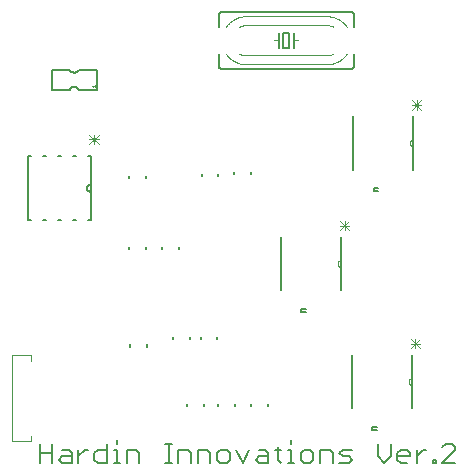
<source format=gto>
G75*
%MOIN*%
%OFA0B0*%
%FSLAX25Y25*%
%IPPOS*%
%LPD*%
%AMOC8*
5,1,8,0,0,1.08239X$1,22.5*
%
%ADD10C,0.00600*%
%ADD11C,0.00200*%
%ADD12C,0.00000*%
%ADD13C,0.00300*%
%ADD14C,0.00800*%
%ADD15C,0.00100*%
%ADD16C,0.00400*%
D10*
X0019530Y0014398D02*
X0019530Y0020804D01*
X0019530Y0017601D02*
X0023800Y0017601D01*
X0025975Y0015466D02*
X0027043Y0016534D01*
X0030246Y0016534D01*
X0030246Y0017601D02*
X0030246Y0014398D01*
X0027043Y0014398D01*
X0025975Y0015466D01*
X0023800Y0014398D02*
X0023800Y0020804D01*
X0027043Y0018669D02*
X0029178Y0018669D01*
X0030246Y0017601D01*
X0032421Y0016534D02*
X0034556Y0018669D01*
X0035623Y0018669D01*
X0037792Y0017601D02*
X0038860Y0018669D01*
X0042062Y0018669D01*
X0042062Y0020804D02*
X0042062Y0014398D01*
X0038860Y0014398D01*
X0037792Y0015466D01*
X0037792Y0017601D01*
X0044237Y0018669D02*
X0045305Y0018669D01*
X0045305Y0014398D01*
X0044237Y0014398D02*
X0046373Y0014398D01*
X0048534Y0014398D02*
X0048534Y0018669D01*
X0051737Y0018669D01*
X0052805Y0017601D01*
X0052805Y0014398D01*
X0061425Y0014398D02*
X0063561Y0014398D01*
X0062493Y0014398D02*
X0062493Y0020804D01*
X0061425Y0020804D02*
X0063561Y0020804D01*
X0065722Y0018669D02*
X0068925Y0018669D01*
X0069993Y0017601D01*
X0069993Y0014398D01*
X0072168Y0014398D02*
X0072168Y0018669D01*
X0075371Y0018669D01*
X0076438Y0017601D01*
X0076438Y0014398D01*
X0078613Y0015466D02*
X0079681Y0014398D01*
X0081816Y0014398D01*
X0082884Y0015466D01*
X0082884Y0017601D01*
X0081816Y0018669D01*
X0079681Y0018669D01*
X0078613Y0017601D01*
X0078613Y0015466D01*
X0085059Y0018669D02*
X0087194Y0014398D01*
X0089329Y0018669D01*
X0092572Y0018669D02*
X0094707Y0018669D01*
X0095775Y0017601D01*
X0095775Y0014398D01*
X0092572Y0014398D01*
X0091504Y0015466D01*
X0092572Y0016534D01*
X0095775Y0016534D01*
X0097950Y0018669D02*
X0100085Y0018669D01*
X0099018Y0019736D02*
X0099018Y0015466D01*
X0100085Y0014398D01*
X0102247Y0014398D02*
X0104382Y0014398D01*
X0103315Y0014398D02*
X0103315Y0018669D01*
X0102247Y0018669D01*
X0103315Y0020804D02*
X0103315Y0021871D01*
X0106544Y0017601D02*
X0107612Y0018669D01*
X0109747Y0018669D01*
X0110814Y0017601D01*
X0110814Y0015466D01*
X0109747Y0014398D01*
X0107612Y0014398D01*
X0106544Y0015466D01*
X0106544Y0017601D01*
X0112989Y0018669D02*
X0112989Y0014398D01*
X0117260Y0014398D02*
X0117260Y0017601D01*
X0116192Y0018669D01*
X0112989Y0018669D01*
X0119435Y0017601D02*
X0120503Y0018669D01*
X0123705Y0018669D01*
X0122638Y0016534D02*
X0120503Y0016534D01*
X0119435Y0017601D01*
X0119435Y0014398D02*
X0122638Y0014398D01*
X0123705Y0015466D01*
X0122638Y0016534D01*
X0132326Y0016534D02*
X0134461Y0014398D01*
X0136596Y0016534D01*
X0136596Y0020804D01*
X0138771Y0017601D02*
X0139839Y0018669D01*
X0141974Y0018669D01*
X0143042Y0017601D01*
X0143042Y0016534D01*
X0138771Y0016534D01*
X0138771Y0017601D02*
X0138771Y0015466D01*
X0139839Y0014398D01*
X0141974Y0014398D01*
X0145217Y0014398D02*
X0145217Y0018669D01*
X0145217Y0016534D02*
X0147352Y0018669D01*
X0148420Y0018669D01*
X0150588Y0015466D02*
X0151656Y0015466D01*
X0151656Y0014398D01*
X0150588Y0014398D01*
X0150588Y0015466D01*
X0153811Y0014398D02*
X0158081Y0018669D01*
X0158081Y0019736D01*
X0157014Y0020804D01*
X0154879Y0020804D01*
X0153811Y0019736D01*
X0153811Y0014398D02*
X0158081Y0014398D01*
X0143697Y0032513D02*
X0143697Y0040213D01*
X0143697Y0042613D01*
X0143697Y0050313D01*
X0123697Y0050313D02*
X0123697Y0032513D01*
X0130397Y0026413D02*
X0131897Y0026413D01*
X0131897Y0025413D02*
X0130397Y0025413D01*
X0130397Y0026413D01*
X0132326Y0020804D02*
X0132326Y0016534D01*
X0095709Y0033277D02*
X0095709Y0034077D01*
X0090109Y0034077D02*
X0090109Y0033277D01*
X0084646Y0033277D02*
X0084646Y0034077D01*
X0079046Y0034077D02*
X0079046Y0033277D01*
X0074331Y0033277D02*
X0074331Y0034077D01*
X0068731Y0034077D02*
X0068731Y0033277D01*
X0065722Y0018669D02*
X0065722Y0014398D01*
X0045305Y0020804D02*
X0045305Y0021871D01*
X0032421Y0018669D02*
X0032421Y0014398D01*
X0049578Y0053100D02*
X0049578Y0053900D01*
X0055178Y0053900D02*
X0055178Y0053100D01*
X0063889Y0055600D02*
X0063889Y0056400D01*
X0069489Y0056400D02*
X0069489Y0055600D01*
X0073200Y0055600D02*
X0073200Y0056400D01*
X0078800Y0056400D02*
X0078800Y0055600D01*
X0100075Y0071883D02*
X0100075Y0089683D01*
X0120075Y0089683D02*
X0120075Y0081983D01*
X0120075Y0079583D01*
X0120075Y0071883D01*
X0108275Y0065783D02*
X0106775Y0065783D01*
X0106775Y0064783D01*
X0108275Y0064783D01*
X0065965Y0085600D02*
X0065965Y0086400D01*
X0060365Y0086400D02*
X0060365Y0085600D01*
X0055001Y0085679D02*
X0055001Y0086479D01*
X0049401Y0086479D02*
X0049401Y0085679D01*
X0036500Y0095400D02*
X0036500Y0104800D01*
X0036500Y0107200D01*
X0036500Y0116600D01*
X0035500Y0116600D01*
X0031500Y0116600D02*
X0030500Y0116600D01*
X0026500Y0116600D02*
X0025500Y0116600D01*
X0021500Y0116600D02*
X0020500Y0116600D01*
X0016500Y0116600D02*
X0015500Y0116600D01*
X0015500Y0095400D01*
X0016500Y0095400D01*
X0020500Y0095400D02*
X0021500Y0095400D01*
X0025500Y0095400D02*
X0026500Y0095400D01*
X0030500Y0095400D02*
X0031500Y0095400D01*
X0035500Y0095400D02*
X0036500Y0095400D01*
X0036500Y0104800D02*
X0036431Y0104802D01*
X0036363Y0104808D01*
X0036295Y0104818D01*
X0036228Y0104831D01*
X0036162Y0104849D01*
X0036097Y0104870D01*
X0036033Y0104895D01*
X0035971Y0104923D01*
X0035910Y0104955D01*
X0035851Y0104990D01*
X0035795Y0105029D01*
X0035740Y0105071D01*
X0035689Y0105116D01*
X0035639Y0105164D01*
X0035593Y0105214D01*
X0035550Y0105267D01*
X0035509Y0105323D01*
X0035472Y0105380D01*
X0035439Y0105440D01*
X0035408Y0105502D01*
X0035382Y0105565D01*
X0035359Y0105629D01*
X0035339Y0105695D01*
X0035324Y0105762D01*
X0035312Y0105829D01*
X0035304Y0105897D01*
X0035300Y0105966D01*
X0035300Y0106034D01*
X0035304Y0106103D01*
X0035312Y0106171D01*
X0035324Y0106238D01*
X0035339Y0106305D01*
X0035359Y0106371D01*
X0035382Y0106435D01*
X0035408Y0106498D01*
X0035439Y0106560D01*
X0035472Y0106620D01*
X0035509Y0106677D01*
X0035550Y0106733D01*
X0035593Y0106786D01*
X0035639Y0106836D01*
X0035689Y0106884D01*
X0035740Y0106929D01*
X0035795Y0106971D01*
X0035851Y0107010D01*
X0035910Y0107045D01*
X0035971Y0107077D01*
X0036033Y0107105D01*
X0036097Y0107130D01*
X0036162Y0107151D01*
X0036228Y0107169D01*
X0036295Y0107182D01*
X0036363Y0107192D01*
X0036431Y0107198D01*
X0036500Y0107200D01*
X0036431Y0107198D01*
X0036363Y0107192D01*
X0036295Y0107182D01*
X0036228Y0107169D01*
X0036162Y0107151D01*
X0036097Y0107130D01*
X0036033Y0107105D01*
X0035971Y0107077D01*
X0035910Y0107045D01*
X0035851Y0107010D01*
X0035795Y0106971D01*
X0035740Y0106929D01*
X0035689Y0106884D01*
X0035639Y0106836D01*
X0035593Y0106786D01*
X0035550Y0106733D01*
X0035509Y0106677D01*
X0035472Y0106620D01*
X0035439Y0106560D01*
X0035408Y0106498D01*
X0035382Y0106435D01*
X0035359Y0106371D01*
X0035339Y0106305D01*
X0035324Y0106238D01*
X0035312Y0106171D01*
X0035304Y0106103D01*
X0035300Y0106034D01*
X0035300Y0105966D01*
X0035304Y0105897D01*
X0035312Y0105829D01*
X0035324Y0105762D01*
X0035339Y0105695D01*
X0035359Y0105629D01*
X0035382Y0105565D01*
X0035408Y0105502D01*
X0035439Y0105440D01*
X0035472Y0105380D01*
X0035509Y0105323D01*
X0035550Y0105267D01*
X0035593Y0105214D01*
X0035639Y0105164D01*
X0035689Y0105116D01*
X0035740Y0105071D01*
X0035795Y0105029D01*
X0035851Y0104990D01*
X0035910Y0104955D01*
X0035971Y0104923D01*
X0036033Y0104895D01*
X0036097Y0104870D01*
X0036162Y0104849D01*
X0036228Y0104831D01*
X0036295Y0104818D01*
X0036363Y0104808D01*
X0036431Y0104802D01*
X0036500Y0104800D01*
X0049401Y0109222D02*
X0049401Y0110022D01*
X0055001Y0110022D02*
X0055001Y0109222D01*
X0073535Y0109911D02*
X0073535Y0110711D01*
X0079135Y0110711D02*
X0079135Y0109911D01*
X0084224Y0110600D02*
X0084224Y0111400D01*
X0089824Y0111400D02*
X0089824Y0110600D01*
X0124130Y0112100D02*
X0124130Y0129900D01*
X0123248Y0145732D02*
X0080248Y0145732D01*
X0080188Y0145734D01*
X0080127Y0145739D01*
X0080068Y0145748D01*
X0080009Y0145761D01*
X0079950Y0145777D01*
X0079893Y0145797D01*
X0079838Y0145820D01*
X0079783Y0145847D01*
X0079731Y0145876D01*
X0079680Y0145909D01*
X0079631Y0145945D01*
X0079585Y0145983D01*
X0079541Y0146025D01*
X0079499Y0146069D01*
X0079461Y0146115D01*
X0079425Y0146164D01*
X0079392Y0146215D01*
X0079363Y0146267D01*
X0079336Y0146322D01*
X0079313Y0146377D01*
X0079293Y0146434D01*
X0079277Y0146493D01*
X0079264Y0146552D01*
X0079255Y0146611D01*
X0079250Y0146672D01*
X0079248Y0146732D01*
X0079248Y0150732D01*
X0079248Y0159732D02*
X0079248Y0163732D01*
X0079250Y0163792D01*
X0079255Y0163853D01*
X0079264Y0163912D01*
X0079277Y0163971D01*
X0079293Y0164030D01*
X0079313Y0164087D01*
X0079336Y0164142D01*
X0079363Y0164197D01*
X0079392Y0164249D01*
X0079425Y0164300D01*
X0079461Y0164349D01*
X0079499Y0164395D01*
X0079541Y0164439D01*
X0079585Y0164481D01*
X0079631Y0164519D01*
X0079680Y0164555D01*
X0079731Y0164588D01*
X0079783Y0164617D01*
X0079838Y0164644D01*
X0079893Y0164667D01*
X0079950Y0164687D01*
X0080009Y0164703D01*
X0080068Y0164716D01*
X0080127Y0164725D01*
X0080188Y0164730D01*
X0080248Y0164732D01*
X0123248Y0164732D01*
X0123308Y0164730D01*
X0123369Y0164725D01*
X0123428Y0164716D01*
X0123487Y0164703D01*
X0123546Y0164687D01*
X0123603Y0164667D01*
X0123658Y0164644D01*
X0123713Y0164617D01*
X0123765Y0164588D01*
X0123816Y0164555D01*
X0123865Y0164519D01*
X0123911Y0164481D01*
X0123955Y0164439D01*
X0123997Y0164395D01*
X0124035Y0164349D01*
X0124071Y0164300D01*
X0124104Y0164249D01*
X0124133Y0164197D01*
X0124160Y0164142D01*
X0124183Y0164087D01*
X0124203Y0164030D01*
X0124219Y0163971D01*
X0124232Y0163912D01*
X0124241Y0163853D01*
X0124246Y0163792D01*
X0124248Y0163732D01*
X0124248Y0159732D01*
X0124248Y0150732D02*
X0124248Y0146732D01*
X0124246Y0146672D01*
X0124241Y0146611D01*
X0124232Y0146552D01*
X0124219Y0146493D01*
X0124203Y0146434D01*
X0124183Y0146377D01*
X0124160Y0146322D01*
X0124133Y0146267D01*
X0124104Y0146215D01*
X0124071Y0146164D01*
X0124035Y0146115D01*
X0123997Y0146069D01*
X0123955Y0146025D01*
X0123911Y0145983D01*
X0123865Y0145945D01*
X0123816Y0145909D01*
X0123765Y0145876D01*
X0123713Y0145847D01*
X0123658Y0145820D01*
X0123603Y0145797D01*
X0123546Y0145777D01*
X0123487Y0145761D01*
X0123428Y0145748D01*
X0123369Y0145739D01*
X0123308Y0145734D01*
X0123248Y0145732D01*
X0104248Y0152732D02*
X0104248Y0155232D01*
X0104248Y0157732D01*
X0102748Y0157732D02*
X0100748Y0157732D01*
X0100748Y0152732D01*
X0102748Y0152732D01*
X0102748Y0157732D01*
X0099248Y0157732D02*
X0099248Y0155232D01*
X0099248Y0152732D01*
X0144130Y0129900D02*
X0144130Y0122200D01*
X0144130Y0119800D01*
X0144130Y0112100D01*
X0132330Y0106000D02*
X0130830Y0106000D01*
X0130830Y0105000D01*
X0132330Y0105000D01*
D11*
X0115248Y0147232D02*
X0088248Y0147232D01*
X0088248Y0150232D02*
X0115248Y0150232D01*
X0115381Y0150234D01*
X0115513Y0150239D01*
X0115645Y0150248D01*
X0115778Y0150260D01*
X0115909Y0150276D01*
X0116041Y0150295D01*
X0116171Y0150318D01*
X0116301Y0150344D01*
X0116431Y0150374D01*
X0116559Y0150407D01*
X0116687Y0150443D01*
X0116813Y0150483D01*
X0116939Y0150526D01*
X0117063Y0150573D01*
X0117186Y0150623D01*
X0117307Y0150676D01*
X0117427Y0150732D01*
X0121862Y0159732D02*
X0121751Y0159892D01*
X0121636Y0160048D01*
X0121517Y0160202D01*
X0121394Y0160354D01*
X0121267Y0160502D01*
X0121137Y0160646D01*
X0121004Y0160788D01*
X0120867Y0160927D01*
X0120727Y0161062D01*
X0120583Y0161193D01*
X0120437Y0161321D01*
X0120287Y0161446D01*
X0120134Y0161566D01*
X0119979Y0161683D01*
X0119820Y0161797D01*
X0119659Y0161906D01*
X0119495Y0162011D01*
X0119329Y0162113D01*
X0119161Y0162210D01*
X0118990Y0162303D01*
X0118816Y0162392D01*
X0118641Y0162477D01*
X0118464Y0162557D01*
X0118285Y0162633D01*
X0118104Y0162705D01*
X0117921Y0162772D01*
X0117737Y0162835D01*
X0117551Y0162893D01*
X0117364Y0162947D01*
X0117175Y0162996D01*
X0116986Y0163041D01*
X0116795Y0163081D01*
X0116604Y0163116D01*
X0116412Y0163147D01*
X0116219Y0163173D01*
X0116025Y0163194D01*
X0115831Y0163211D01*
X0115637Y0163223D01*
X0115442Y0163230D01*
X0115248Y0163232D01*
X0088248Y0163232D01*
X0088248Y0160232D02*
X0115248Y0160232D01*
X0121863Y0150732D02*
X0121751Y0150573D01*
X0121636Y0150416D01*
X0121517Y0150262D01*
X0121394Y0150111D01*
X0121268Y0149963D01*
X0121138Y0149818D01*
X0121004Y0149676D01*
X0120867Y0149538D01*
X0120727Y0149403D01*
X0120584Y0149271D01*
X0120437Y0149143D01*
X0120287Y0149019D01*
X0120135Y0148898D01*
X0119979Y0148781D01*
X0119821Y0148668D01*
X0119660Y0148558D01*
X0119496Y0148453D01*
X0119330Y0148352D01*
X0119161Y0148254D01*
X0118990Y0148161D01*
X0118817Y0148072D01*
X0118642Y0147987D01*
X0118464Y0147907D01*
X0118285Y0147831D01*
X0118104Y0147759D01*
X0117922Y0147692D01*
X0117737Y0147629D01*
X0117552Y0147571D01*
X0117364Y0147517D01*
X0117176Y0147468D01*
X0116987Y0147423D01*
X0116796Y0147383D01*
X0116605Y0147348D01*
X0116412Y0147317D01*
X0116219Y0147291D01*
X0116026Y0147270D01*
X0115832Y0147253D01*
X0115638Y0147241D01*
X0115443Y0147234D01*
X0115248Y0147232D01*
X0117427Y0159732D02*
X0117307Y0159788D01*
X0117186Y0159841D01*
X0117063Y0159891D01*
X0116939Y0159938D01*
X0116813Y0159981D01*
X0116687Y0160021D01*
X0116559Y0160057D01*
X0116431Y0160090D01*
X0116301Y0160120D01*
X0116171Y0160146D01*
X0116041Y0160169D01*
X0115909Y0160188D01*
X0115778Y0160204D01*
X0115645Y0160216D01*
X0115513Y0160225D01*
X0115381Y0160230D01*
X0115248Y0160232D01*
X0105748Y0155232D02*
X0104248Y0155232D01*
X0099248Y0155232D02*
X0097748Y0155232D01*
X0088248Y0163232D02*
X0088053Y0163230D01*
X0087859Y0163223D01*
X0087664Y0163211D01*
X0087470Y0163194D01*
X0087277Y0163173D01*
X0087084Y0163147D01*
X0086892Y0163116D01*
X0086700Y0163081D01*
X0086510Y0163041D01*
X0086320Y0162996D01*
X0086132Y0162947D01*
X0085945Y0162893D01*
X0085759Y0162835D01*
X0085575Y0162772D01*
X0085392Y0162705D01*
X0085211Y0162633D01*
X0085032Y0162557D01*
X0084855Y0162477D01*
X0084679Y0162392D01*
X0084506Y0162303D01*
X0084335Y0162210D01*
X0084167Y0162113D01*
X0084000Y0162011D01*
X0083837Y0161906D01*
X0083676Y0161796D01*
X0083517Y0161683D01*
X0083362Y0161566D01*
X0083209Y0161445D01*
X0083059Y0161321D01*
X0082913Y0161193D01*
X0082769Y0161061D01*
X0082629Y0160926D01*
X0082492Y0160788D01*
X0082359Y0160646D01*
X0082229Y0160501D01*
X0082102Y0160353D01*
X0081979Y0160202D01*
X0081860Y0160048D01*
X0081745Y0159891D01*
X0081633Y0159732D01*
X0081634Y0150732D02*
X0081745Y0150572D01*
X0081860Y0150416D01*
X0081979Y0150262D01*
X0082102Y0150110D01*
X0082229Y0149962D01*
X0082359Y0149818D01*
X0082492Y0149676D01*
X0082629Y0149537D01*
X0082769Y0149402D01*
X0082913Y0149271D01*
X0083059Y0149143D01*
X0083209Y0149018D01*
X0083362Y0148898D01*
X0083517Y0148781D01*
X0083676Y0148667D01*
X0083837Y0148558D01*
X0084001Y0148453D01*
X0084167Y0148351D01*
X0084335Y0148254D01*
X0084506Y0148161D01*
X0084680Y0148072D01*
X0084855Y0147987D01*
X0085032Y0147907D01*
X0085211Y0147831D01*
X0085392Y0147759D01*
X0085575Y0147692D01*
X0085759Y0147629D01*
X0085945Y0147571D01*
X0086132Y0147517D01*
X0086321Y0147468D01*
X0086510Y0147423D01*
X0086701Y0147383D01*
X0086892Y0147348D01*
X0087084Y0147317D01*
X0087277Y0147291D01*
X0087471Y0147270D01*
X0087665Y0147253D01*
X0087859Y0147241D01*
X0088054Y0147234D01*
X0088248Y0147232D01*
X0088248Y0150232D02*
X0088115Y0150234D01*
X0087983Y0150239D01*
X0087851Y0150248D01*
X0087718Y0150260D01*
X0087587Y0150276D01*
X0087455Y0150295D01*
X0087325Y0150318D01*
X0087195Y0150344D01*
X0087065Y0150374D01*
X0086937Y0150407D01*
X0086809Y0150443D01*
X0086683Y0150483D01*
X0086557Y0150526D01*
X0086433Y0150573D01*
X0086310Y0150623D01*
X0086189Y0150676D01*
X0086069Y0150732D01*
X0086069Y0159732D02*
X0086189Y0159788D01*
X0086310Y0159841D01*
X0086433Y0159891D01*
X0086557Y0159938D01*
X0086683Y0159981D01*
X0086809Y0160021D01*
X0086937Y0160057D01*
X0087065Y0160090D01*
X0087195Y0160120D01*
X0087325Y0160146D01*
X0087455Y0160169D01*
X0087587Y0160188D01*
X0087718Y0160204D01*
X0087851Y0160216D01*
X0087983Y0160225D01*
X0088115Y0160230D01*
X0088248Y0160232D01*
D12*
X0144130Y0122200D02*
X0144061Y0122198D01*
X0143993Y0122192D01*
X0143925Y0122182D01*
X0143858Y0122169D01*
X0143792Y0122151D01*
X0143727Y0122130D01*
X0143663Y0122105D01*
X0143601Y0122077D01*
X0143540Y0122045D01*
X0143481Y0122010D01*
X0143425Y0121971D01*
X0143370Y0121929D01*
X0143319Y0121884D01*
X0143269Y0121836D01*
X0143223Y0121786D01*
X0143180Y0121733D01*
X0143139Y0121677D01*
X0143102Y0121620D01*
X0143069Y0121560D01*
X0143038Y0121498D01*
X0143012Y0121435D01*
X0142989Y0121371D01*
X0142969Y0121305D01*
X0142954Y0121238D01*
X0142942Y0121171D01*
X0142934Y0121103D01*
X0142930Y0121034D01*
X0142930Y0120966D01*
X0142934Y0120897D01*
X0142942Y0120829D01*
X0142954Y0120762D01*
X0142969Y0120695D01*
X0142989Y0120629D01*
X0143012Y0120565D01*
X0143038Y0120502D01*
X0143069Y0120440D01*
X0143102Y0120380D01*
X0143139Y0120323D01*
X0143180Y0120267D01*
X0143223Y0120214D01*
X0143269Y0120164D01*
X0143319Y0120116D01*
X0143370Y0120071D01*
X0143425Y0120029D01*
X0143481Y0119990D01*
X0143540Y0119955D01*
X0143601Y0119923D01*
X0143663Y0119895D01*
X0143727Y0119870D01*
X0143792Y0119849D01*
X0143858Y0119831D01*
X0143925Y0119818D01*
X0143993Y0119808D01*
X0144061Y0119802D01*
X0144130Y0119800D01*
X0120075Y0081983D02*
X0120006Y0081981D01*
X0119938Y0081975D01*
X0119870Y0081965D01*
X0119803Y0081952D01*
X0119737Y0081934D01*
X0119672Y0081913D01*
X0119608Y0081888D01*
X0119546Y0081860D01*
X0119485Y0081828D01*
X0119426Y0081793D01*
X0119370Y0081754D01*
X0119315Y0081712D01*
X0119264Y0081667D01*
X0119214Y0081619D01*
X0119168Y0081569D01*
X0119125Y0081516D01*
X0119084Y0081460D01*
X0119047Y0081403D01*
X0119014Y0081343D01*
X0118983Y0081281D01*
X0118957Y0081218D01*
X0118934Y0081154D01*
X0118914Y0081088D01*
X0118899Y0081021D01*
X0118887Y0080954D01*
X0118879Y0080886D01*
X0118875Y0080817D01*
X0118875Y0080749D01*
X0118879Y0080680D01*
X0118887Y0080612D01*
X0118899Y0080545D01*
X0118914Y0080478D01*
X0118934Y0080412D01*
X0118957Y0080348D01*
X0118983Y0080285D01*
X0119014Y0080223D01*
X0119047Y0080163D01*
X0119084Y0080106D01*
X0119125Y0080050D01*
X0119168Y0079997D01*
X0119214Y0079947D01*
X0119264Y0079899D01*
X0119315Y0079854D01*
X0119370Y0079812D01*
X0119426Y0079773D01*
X0119485Y0079738D01*
X0119546Y0079706D01*
X0119608Y0079678D01*
X0119672Y0079653D01*
X0119737Y0079632D01*
X0119803Y0079614D01*
X0119870Y0079601D01*
X0119938Y0079591D01*
X0120006Y0079585D01*
X0120075Y0079583D01*
X0143697Y0042613D02*
X0143628Y0042611D01*
X0143560Y0042605D01*
X0143492Y0042595D01*
X0143425Y0042582D01*
X0143359Y0042564D01*
X0143294Y0042543D01*
X0143230Y0042518D01*
X0143168Y0042490D01*
X0143107Y0042458D01*
X0143048Y0042423D01*
X0142992Y0042384D01*
X0142937Y0042342D01*
X0142886Y0042297D01*
X0142836Y0042249D01*
X0142790Y0042199D01*
X0142747Y0042146D01*
X0142706Y0042090D01*
X0142669Y0042033D01*
X0142636Y0041973D01*
X0142605Y0041911D01*
X0142579Y0041848D01*
X0142556Y0041784D01*
X0142536Y0041718D01*
X0142521Y0041651D01*
X0142509Y0041584D01*
X0142501Y0041516D01*
X0142497Y0041447D01*
X0142497Y0041379D01*
X0142501Y0041310D01*
X0142509Y0041242D01*
X0142521Y0041175D01*
X0142536Y0041108D01*
X0142556Y0041042D01*
X0142579Y0040978D01*
X0142605Y0040915D01*
X0142636Y0040853D01*
X0142669Y0040793D01*
X0142706Y0040736D01*
X0142747Y0040680D01*
X0142790Y0040627D01*
X0142836Y0040577D01*
X0142886Y0040529D01*
X0142937Y0040484D01*
X0142992Y0040442D01*
X0143048Y0040403D01*
X0143107Y0040368D01*
X0143168Y0040336D01*
X0143230Y0040308D01*
X0143294Y0040283D01*
X0143359Y0040262D01*
X0143425Y0040244D01*
X0143492Y0040231D01*
X0143560Y0040221D01*
X0143628Y0040215D01*
X0143697Y0040213D01*
D13*
X0143231Y0052527D02*
X0146367Y0055663D01*
X0146367Y0054095D02*
X0143231Y0054095D01*
X0143231Y0055663D02*
X0146367Y0052527D01*
X0144799Y0052527D02*
X0144799Y0055663D01*
X0122745Y0091897D02*
X0119609Y0095033D01*
X0119609Y0093465D02*
X0122745Y0093465D01*
X0122745Y0095033D02*
X0119609Y0091897D01*
X0121177Y0091897D02*
X0121177Y0095033D01*
X0143664Y0132114D02*
X0146800Y0135250D01*
X0146800Y0133682D02*
X0143664Y0133682D01*
X0143664Y0135250D02*
X0146800Y0132114D01*
X0145232Y0132114D02*
X0145232Y0135250D01*
X0039170Y0123750D02*
X0036034Y0120614D01*
X0039170Y0123750D01*
X0039170Y0122182D02*
X0036034Y0122182D01*
X0039170Y0122182D01*
X0039170Y0120614D02*
X0036034Y0123750D01*
X0039170Y0120614D01*
X0037602Y0120614D02*
X0037602Y0123750D01*
X0037602Y0120614D01*
D14*
X0032653Y0138776D02*
X0032617Y0138849D01*
X0032576Y0138920D01*
X0032533Y0138990D01*
X0032486Y0139057D01*
X0032436Y0139122D01*
X0032383Y0139184D01*
X0032328Y0139244D01*
X0032269Y0139301D01*
X0032208Y0139356D01*
X0032144Y0139407D01*
X0032078Y0139456D01*
X0032010Y0139501D01*
X0031940Y0139543D01*
X0031868Y0139582D01*
X0031794Y0139618D01*
X0031719Y0139649D01*
X0031642Y0139678D01*
X0031564Y0139702D01*
X0031485Y0139723D01*
X0031405Y0139740D01*
X0031324Y0139754D01*
X0031243Y0139763D01*
X0031161Y0139769D01*
X0031079Y0139771D01*
X0030997Y0139769D01*
X0030915Y0139763D01*
X0030834Y0139754D01*
X0030753Y0139740D01*
X0030673Y0139723D01*
X0030594Y0139702D01*
X0030516Y0139678D01*
X0030439Y0139649D01*
X0030364Y0139618D01*
X0030290Y0139582D01*
X0030218Y0139543D01*
X0030148Y0139501D01*
X0030080Y0139456D01*
X0030014Y0139407D01*
X0029950Y0139356D01*
X0029889Y0139301D01*
X0029830Y0139244D01*
X0029775Y0139184D01*
X0029722Y0139122D01*
X0029672Y0139057D01*
X0029625Y0138990D01*
X0029582Y0138920D01*
X0029541Y0138849D01*
X0029505Y0138776D01*
X0029504Y0138776D02*
X0023598Y0138776D01*
X0023598Y0145469D01*
X0029504Y0145469D01*
X0029505Y0145469D02*
X0029541Y0145396D01*
X0029582Y0145325D01*
X0029625Y0145255D01*
X0029672Y0145188D01*
X0029722Y0145123D01*
X0029775Y0145061D01*
X0029830Y0145001D01*
X0029889Y0144944D01*
X0029950Y0144889D01*
X0030014Y0144838D01*
X0030080Y0144789D01*
X0030148Y0144744D01*
X0030218Y0144702D01*
X0030290Y0144663D01*
X0030364Y0144627D01*
X0030439Y0144596D01*
X0030516Y0144567D01*
X0030594Y0144543D01*
X0030673Y0144522D01*
X0030753Y0144505D01*
X0030834Y0144491D01*
X0030915Y0144482D01*
X0030997Y0144476D01*
X0031079Y0144474D01*
X0031161Y0144476D01*
X0031243Y0144482D01*
X0031324Y0144491D01*
X0031405Y0144505D01*
X0031485Y0144522D01*
X0031564Y0144543D01*
X0031642Y0144567D01*
X0031719Y0144596D01*
X0031794Y0144627D01*
X0031868Y0144663D01*
X0031940Y0144702D01*
X0032010Y0144744D01*
X0032078Y0144789D01*
X0032144Y0144838D01*
X0032208Y0144889D01*
X0032269Y0144944D01*
X0032328Y0145001D01*
X0032383Y0145061D01*
X0032436Y0145123D01*
X0032486Y0145188D01*
X0032533Y0145255D01*
X0032576Y0145325D01*
X0032617Y0145396D01*
X0032653Y0145469D01*
X0032654Y0145469D02*
X0038559Y0145469D01*
X0038559Y0138776D01*
X0032654Y0138776D01*
D15*
X0036818Y0139980D02*
X0037919Y0139980D01*
X0037919Y0139613D02*
X0037919Y0140347D01*
X0037185Y0139613D02*
X0036818Y0139980D01*
D16*
X0016765Y0050342D02*
X0010227Y0050342D01*
X0010227Y0021658D01*
X0016765Y0021658D01*
X0016765Y0023352D01*
X0016765Y0048254D02*
X0016765Y0050342D01*
M02*

</source>
